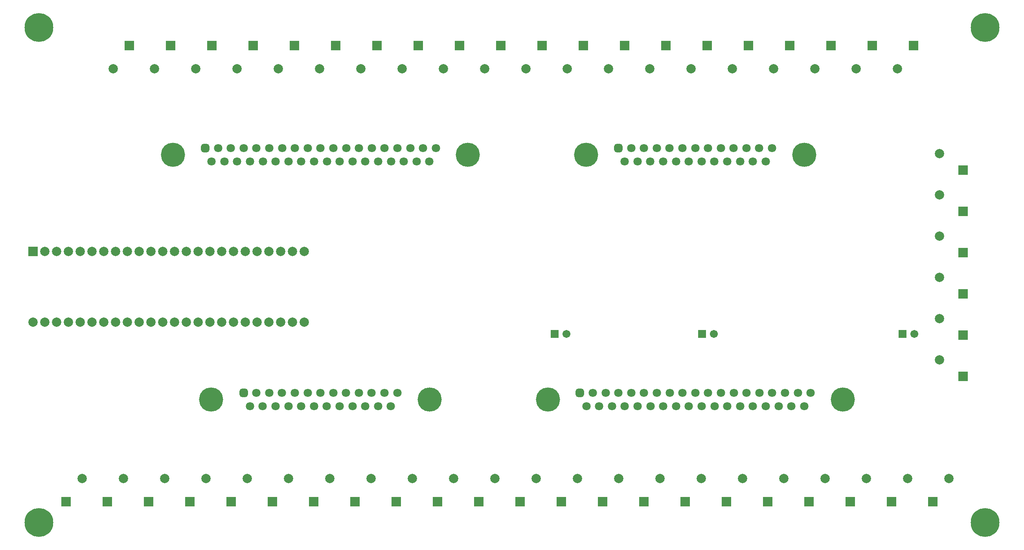
<source format=gbs>
G04*
G04 #@! TF.GenerationSoftware,Altium Limited,Altium Designer,22.10.1 (41)*
G04*
G04 Layer_Color=16711935*
%FSLAX25Y25*%
%MOIN*%
G70*
G04*
G04 #@! TF.SameCoordinates,B22AEA06-AE45-4BA8-881C-222E2ACC086B*
G04*
G04*
G04 #@! TF.FilePolarity,Negative*
G04*
G01*
G75*
%ADD96R,0.07887X0.07887*%
%ADD97C,0.07887*%
%ADD98C,0.24422*%
%ADD99C,0.20485*%
%ADD100C,0.07099*%
G04:AMPARAMS|DCode=101|XSize=70.99mil|YSize=70.99mil|CornerRadius=19.75mil|HoleSize=0mil|Usage=FLASHONLY|Rotation=270.000|XOffset=0mil|YOffset=0mil|HoleType=Round|Shape=RoundedRectangle|*
%AMROUNDEDRECTD101*
21,1,0.07099,0.03150,0,0,270.0*
21,1,0.03150,0.07099,0,0,270.0*
1,1,0.03950,-0.01575,-0.01575*
1,1,0.03950,-0.01575,0.01575*
1,1,0.03950,0.01575,0.01575*
1,1,0.03950,0.01575,-0.01575*
%
%ADD101ROUNDEDRECTD101*%
%ADD102C,0.06706*%
%ADD103R,0.06706X0.06706*%
%ADD104R,0.07887X0.07887*%
D96*
X476890Y419842D02*
D03*
X213110Y32658D02*
D03*
X318110D02*
D03*
X283110D02*
D03*
X248110D02*
D03*
X528110D02*
D03*
X423110D02*
D03*
X388110D02*
D03*
X458110D02*
D03*
X493110D02*
D03*
X353110D02*
D03*
X231890Y419842D02*
D03*
X441890D02*
D03*
X511890D02*
D03*
X546890D02*
D03*
X266890D02*
D03*
X301890D02*
D03*
X371890D02*
D03*
X336890D02*
D03*
X406890D02*
D03*
X196890D02*
D03*
X126890D02*
D03*
X161890D02*
D03*
X91890D02*
D03*
X73110Y32658D02*
D03*
X108110D02*
D03*
X143110D02*
D03*
X178110D02*
D03*
X38110D02*
D03*
X563110D02*
D03*
X598110D02*
D03*
X668110D02*
D03*
X633110D02*
D03*
X738110D02*
D03*
X703110D02*
D03*
X773110D02*
D03*
X616890Y419842D02*
D03*
X651890D02*
D03*
X581890D02*
D03*
X686890D02*
D03*
X721890D02*
D03*
X756890D02*
D03*
D97*
X463110Y400157D02*
D03*
X226890Y52342D02*
D03*
X10000Y185000D02*
D03*
X20000D02*
D03*
X30000D02*
D03*
X40000D02*
D03*
X50000D02*
D03*
X60000D02*
D03*
X70000D02*
D03*
X80000D02*
D03*
X90000D02*
D03*
X100000D02*
D03*
X110000D02*
D03*
X120000D02*
D03*
X130000D02*
D03*
X140000D02*
D03*
X150000D02*
D03*
X160000D02*
D03*
X170000D02*
D03*
X180000D02*
D03*
X190000D02*
D03*
X200000D02*
D03*
X210000D02*
D03*
X220000D02*
D03*
X230000D02*
D03*
X240000D02*
D03*
Y245000D02*
D03*
X230000D02*
D03*
X220000D02*
D03*
X210000D02*
D03*
X200000D02*
D03*
X190000D02*
D03*
X180000D02*
D03*
X170000D02*
D03*
X160000D02*
D03*
X150000D02*
D03*
X140000D02*
D03*
X130000D02*
D03*
X120000D02*
D03*
X110000D02*
D03*
X100000D02*
D03*
X90000D02*
D03*
X80000D02*
D03*
X70000D02*
D03*
X60000D02*
D03*
X50000D02*
D03*
X40000D02*
D03*
X30000D02*
D03*
X20000D02*
D03*
X331890Y52342D02*
D03*
X296890D02*
D03*
X261890D02*
D03*
X541890D02*
D03*
X436890D02*
D03*
X401890D02*
D03*
X471890D02*
D03*
X506890D02*
D03*
X366890D02*
D03*
X218110Y400157D02*
D03*
X428110D02*
D03*
X498110D02*
D03*
X533110D02*
D03*
X253110D02*
D03*
X288110D02*
D03*
X358110D02*
D03*
X323110D02*
D03*
X393110D02*
D03*
X183110D02*
D03*
X113110D02*
D03*
X148110D02*
D03*
X78110D02*
D03*
X86890Y52342D02*
D03*
X121890D02*
D03*
X156890D02*
D03*
X191890D02*
D03*
X51890D02*
D03*
X576890D02*
D03*
X611890D02*
D03*
X681890D02*
D03*
X646890D02*
D03*
X751890D02*
D03*
X716890D02*
D03*
X786890D02*
D03*
X603110Y400157D02*
D03*
X638110D02*
D03*
X568110D02*
D03*
X673110D02*
D03*
X708110D02*
D03*
X743110D02*
D03*
X778942Y292890D02*
D03*
Y187890D02*
D03*
Y257890D02*
D03*
Y222890D02*
D03*
Y152890D02*
D03*
Y327890D02*
D03*
D98*
X15000Y435000D02*
D03*
X817500D02*
D03*
Y15000D02*
D03*
X15000D02*
D03*
D99*
X696693Y119409D02*
D03*
X446693D02*
D03*
X346413D02*
D03*
X161217D02*
D03*
X128894Y327091D02*
D03*
X378894D02*
D03*
X479016D02*
D03*
X664213D02*
D03*
D100*
X664055Y113819D02*
D03*
X653189D02*
D03*
X642323D02*
D03*
X631457D02*
D03*
X620590D02*
D03*
X609724D02*
D03*
X598858D02*
D03*
X587992D02*
D03*
X577126D02*
D03*
X566260D02*
D03*
X555394D02*
D03*
X544527D02*
D03*
X533661D02*
D03*
X522795D02*
D03*
X511929D02*
D03*
X501063D02*
D03*
X490197D02*
D03*
X479331D02*
D03*
X669488Y125000D02*
D03*
X658622D02*
D03*
X647756D02*
D03*
X636890D02*
D03*
X626024D02*
D03*
X615158D02*
D03*
X604291D02*
D03*
X593425D02*
D03*
X582559D02*
D03*
X571693D02*
D03*
X560827D02*
D03*
X549961D02*
D03*
X539094D02*
D03*
X528228D02*
D03*
X517362D02*
D03*
X506496D02*
D03*
X495630D02*
D03*
X484764D02*
D03*
X313579Y113819D02*
D03*
X302713D02*
D03*
X291846D02*
D03*
X280980D02*
D03*
X270114D02*
D03*
X259248D02*
D03*
X248382D02*
D03*
X237516D02*
D03*
X226650D02*
D03*
X215784D02*
D03*
X204917D02*
D03*
X194051D02*
D03*
X319012Y125000D02*
D03*
X308146D02*
D03*
X297280D02*
D03*
X286413D02*
D03*
X275547D02*
D03*
X264681D02*
D03*
X253815D02*
D03*
X242949D02*
D03*
X232083D02*
D03*
X221217D02*
D03*
X210350D02*
D03*
X199484D02*
D03*
X166965Y332681D02*
D03*
X177831D02*
D03*
X188697D02*
D03*
X199563D02*
D03*
X210429D02*
D03*
X221295D02*
D03*
X232161D02*
D03*
X243028D02*
D03*
X253894D02*
D03*
X264760D02*
D03*
X275626D02*
D03*
X286492D02*
D03*
X297358D02*
D03*
X308224D02*
D03*
X319091D02*
D03*
X329957D02*
D03*
X340823D02*
D03*
X351689D02*
D03*
X161531Y321500D02*
D03*
X172398D02*
D03*
X183264D02*
D03*
X194130D02*
D03*
X204996D02*
D03*
X215862D02*
D03*
X226728D02*
D03*
X237595D02*
D03*
X248461D02*
D03*
X259327D02*
D03*
X270193D02*
D03*
X281059D02*
D03*
X291925D02*
D03*
X302791D02*
D03*
X313657D02*
D03*
X324524D02*
D03*
X335390D02*
D03*
X346256D02*
D03*
X517283Y332681D02*
D03*
X528150D02*
D03*
X539016D02*
D03*
X549882D02*
D03*
X560748D02*
D03*
X571614D02*
D03*
X582480D02*
D03*
X593346D02*
D03*
X604213D02*
D03*
X615079D02*
D03*
X625945D02*
D03*
X636811D02*
D03*
X511850Y321500D02*
D03*
X522717D02*
D03*
X533583D02*
D03*
X544449D02*
D03*
X555315D02*
D03*
X566181D02*
D03*
X577047D02*
D03*
X587913D02*
D03*
X598779D02*
D03*
X609646D02*
D03*
X620512D02*
D03*
X631378D02*
D03*
D101*
X473898Y125000D02*
D03*
X188618D02*
D03*
X156098Y332681D02*
D03*
X506417D02*
D03*
D102*
X462500Y175000D02*
D03*
X587500D02*
D03*
X757500D02*
D03*
D103*
X452500D02*
D03*
X577500D02*
D03*
X747500D02*
D03*
D104*
X10000Y245000D02*
D03*
X798628Y279110D02*
D03*
Y174110D02*
D03*
Y244110D02*
D03*
Y209110D02*
D03*
Y139110D02*
D03*
Y314110D02*
D03*
M02*

</source>
